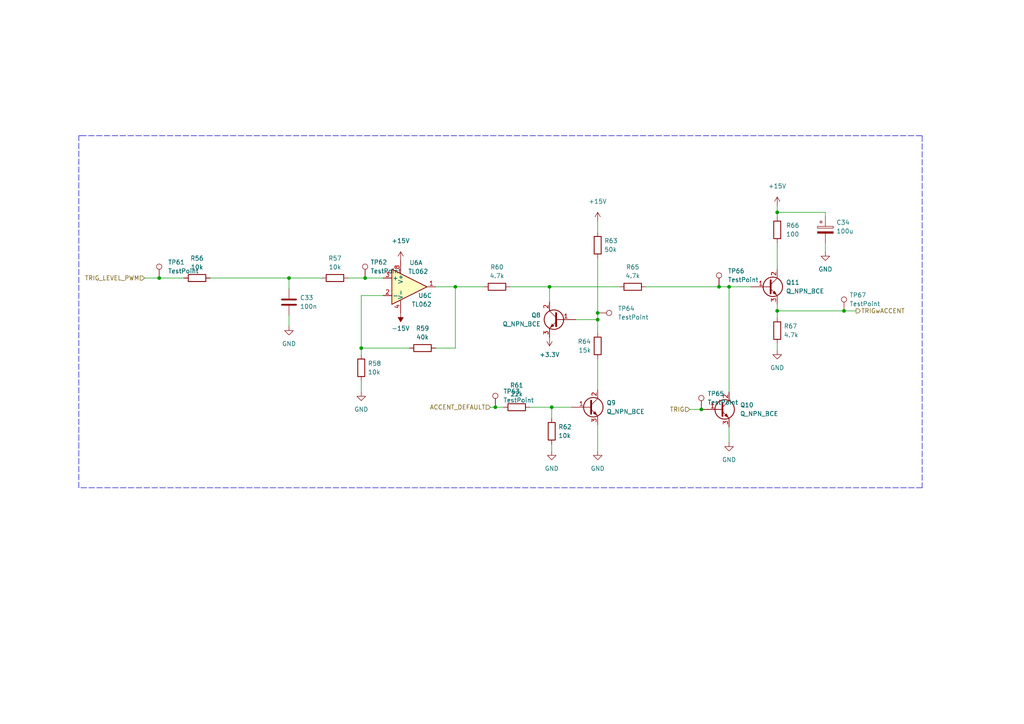
<source format=kicad_sch>
(kicad_sch (version 20211123) (generator eeschema)

  (uuid dbab4dfe-2677-4d00-8783-6f2a71ff1ded)

  (paper "A4")

  (lib_symbols
    (symbol "Amplifier_Operational:TL062" (pin_names (offset 0.127)) (in_bom yes) (on_board yes)
      (property "Reference" "U" (id 0) (at 0 5.08 0)
        (effects (font (size 1.27 1.27)) (justify left))
      )
      (property "Value" "TL062" (id 1) (at 0 -5.08 0)
        (effects (font (size 1.27 1.27)) (justify left))
      )
      (property "Footprint" "" (id 2) (at 0 0 0)
        (effects (font (size 1.27 1.27)) hide)
      )
      (property "Datasheet" "http://www.ti.com/lit/ds/symlink/tl061.pdf" (id 3) (at 0 0 0)
        (effects (font (size 1.27 1.27)) hide)
      )
      (property "ki_locked" "" (id 4) (at 0 0 0)
        (effects (font (size 1.27 1.27)))
      )
      (property "ki_keywords" "dual opamp" (id 5) (at 0 0 0)
        (effects (font (size 1.27 1.27)) hide)
      )
      (property "ki_description" "Dual Low-Power JFET-Input Operational Amplifiers, DIP-8/SOIC-8/SSOP-8" (id 6) (at 0 0 0)
        (effects (font (size 1.27 1.27)) hide)
      )
      (property "ki_fp_filters" "SOIC*3.9x4.9mm*P1.27mm* DIP*W7.62mm* TO*99* OnSemi*Micro8* TSSOP*3x3mm*P0.65mm* TSSOP*4.4x3mm*P0.65mm* MSOP*3x3mm*P0.65mm* SSOP*3.9x4.9mm*P0.635mm* LFCSP*2x2mm*P0.5mm* *SIP* SOIC*5.3x6.2mm*P1.27mm*" (id 7) (at 0 0 0)
        (effects (font (size 1.27 1.27)) hide)
      )
      (symbol "TL062_1_1"
        (polyline
          (pts
            (xy -5.08 5.08)
            (xy 5.08 0)
            (xy -5.08 -5.08)
            (xy -5.08 5.08)
          )
          (stroke (width 0.254) (type default) (color 0 0 0 0))
          (fill (type background))
        )
        (pin output line (at 7.62 0 180) (length 2.54)
          (name "~" (effects (font (size 1.27 1.27))))
          (number "1" (effects (font (size 1.27 1.27))))
        )
        (pin input line (at -7.62 -2.54 0) (length 2.54)
          (name "-" (effects (font (size 1.27 1.27))))
          (number "2" (effects (font (size 1.27 1.27))))
        )
        (pin input line (at -7.62 2.54 0) (length 2.54)
          (name "+" (effects (font (size 1.27 1.27))))
          (number "3" (effects (font (size 1.27 1.27))))
        )
      )
      (symbol "TL062_2_1"
        (polyline
          (pts
            (xy -5.08 5.08)
            (xy 5.08 0)
            (xy -5.08 -5.08)
            (xy -5.08 5.08)
          )
          (stroke (width 0.254) (type default) (color 0 0 0 0))
          (fill (type background))
        )
        (pin input line (at -7.62 2.54 0) (length 2.54)
          (name "+" (effects (font (size 1.27 1.27))))
          (number "5" (effects (font (size 1.27 1.27))))
        )
        (pin input line (at -7.62 -2.54 0) (length 2.54)
          (name "-" (effects (font (size 1.27 1.27))))
          (number "6" (effects (font (size 1.27 1.27))))
        )
        (pin output line (at 7.62 0 180) (length 2.54)
          (name "~" (effects (font (size 1.27 1.27))))
          (number "7" (effects (font (size 1.27 1.27))))
        )
      )
      (symbol "TL062_3_1"
        (pin power_in line (at -2.54 -7.62 90) (length 3.81)
          (name "V-" (effects (font (size 1.27 1.27))))
          (number "4" (effects (font (size 1.27 1.27))))
        )
        (pin power_in line (at -2.54 7.62 270) (length 3.81)
          (name "V+" (effects (font (size 1.27 1.27))))
          (number "8" (effects (font (size 1.27 1.27))))
        )
      )
    )
    (symbol "Connector:TestPoint" (pin_numbers hide) (pin_names (offset 0.762) hide) (in_bom yes) (on_board yes)
      (property "Reference" "TP" (id 0) (at 0 6.858 0)
        (effects (font (size 1.27 1.27)))
      )
      (property "Value" "TestPoint" (id 1) (at 0 5.08 0)
        (effects (font (size 1.27 1.27)))
      )
      (property "Footprint" "" (id 2) (at 5.08 0 0)
        (effects (font (size 1.27 1.27)) hide)
      )
      (property "Datasheet" "~" (id 3) (at 5.08 0 0)
        (effects (font (size 1.27 1.27)) hide)
      )
      (property "ki_keywords" "test point tp" (id 4) (at 0 0 0)
        (effects (font (size 1.27 1.27)) hide)
      )
      (property "ki_description" "test point" (id 5) (at 0 0 0)
        (effects (font (size 1.27 1.27)) hide)
      )
      (property "ki_fp_filters" "Pin* Test*" (id 6) (at 0 0 0)
        (effects (font (size 1.27 1.27)) hide)
      )
      (symbol "TestPoint_0_1"
        (circle (center 0 3.302) (radius 0.762)
          (stroke (width 0) (type default) (color 0 0 0 0))
          (fill (type none))
        )
      )
      (symbol "TestPoint_1_1"
        (pin passive line (at 0 0 90) (length 2.54)
          (name "1" (effects (font (size 1.27 1.27))))
          (number "1" (effects (font (size 1.27 1.27))))
        )
      )
    )
    (symbol "Device:C" (pin_numbers hide) (pin_names (offset 0.254)) (in_bom yes) (on_board yes)
      (property "Reference" "C" (id 0) (at 0.635 2.54 0)
        (effects (font (size 1.27 1.27)) (justify left))
      )
      (property "Value" "C" (id 1) (at 0.635 -2.54 0)
        (effects (font (size 1.27 1.27)) (justify left))
      )
      (property "Footprint" "" (id 2) (at 0.9652 -3.81 0)
        (effects (font (size 1.27 1.27)) hide)
      )
      (property "Datasheet" "~" (id 3) (at 0 0 0)
        (effects (font (size 1.27 1.27)) hide)
      )
      (property "ki_keywords" "cap capacitor" (id 4) (at 0 0 0)
        (effects (font (size 1.27 1.27)) hide)
      )
      (property "ki_description" "Unpolarized capacitor" (id 5) (at 0 0 0)
        (effects (font (size 1.27 1.27)) hide)
      )
      (property "ki_fp_filters" "C_*" (id 6) (at 0 0 0)
        (effects (font (size 1.27 1.27)) hide)
      )
      (symbol "C_0_1"
        (polyline
          (pts
            (xy -2.032 -0.762)
            (xy 2.032 -0.762)
          )
          (stroke (width 0.508) (type default) (color 0 0 0 0))
          (fill (type none))
        )
        (polyline
          (pts
            (xy -2.032 0.762)
            (xy 2.032 0.762)
          )
          (stroke (width 0.508) (type default) (color 0 0 0 0))
          (fill (type none))
        )
      )
      (symbol "C_1_1"
        (pin passive line (at 0 3.81 270) (length 2.794)
          (name "~" (effects (font (size 1.27 1.27))))
          (number "1" (effects (font (size 1.27 1.27))))
        )
        (pin passive line (at 0 -3.81 90) (length 2.794)
          (name "~" (effects (font (size 1.27 1.27))))
          (number "2" (effects (font (size 1.27 1.27))))
        )
      )
    )
    (symbol "Device:C_Polarized" (pin_numbers hide) (pin_names (offset 0.254)) (in_bom yes) (on_board yes)
      (property "Reference" "C" (id 0) (at 0.635 2.54 0)
        (effects (font (size 1.27 1.27)) (justify left))
      )
      (property "Value" "C_Polarized" (id 1) (at 0.635 -2.54 0)
        (effects (font (size 1.27 1.27)) (justify left))
      )
      (property "Footprint" "" (id 2) (at 0.9652 -3.81 0)
        (effects (font (size 1.27 1.27)) hide)
      )
      (property "Datasheet" "~" (id 3) (at 0 0 0)
        (effects (font (size 1.27 1.27)) hide)
      )
      (property "ki_keywords" "cap capacitor" (id 4) (at 0 0 0)
        (effects (font (size 1.27 1.27)) hide)
      )
      (property "ki_description" "Polarized capacitor" (id 5) (at 0 0 0)
        (effects (font (size 1.27 1.27)) hide)
      )
      (property "ki_fp_filters" "CP_*" (id 6) (at 0 0 0)
        (effects (font (size 1.27 1.27)) hide)
      )
      (symbol "C_Polarized_0_1"
        (rectangle (start -2.286 0.508) (end 2.286 1.016)
          (stroke (width 0) (type default) (color 0 0 0 0))
          (fill (type none))
        )
        (polyline
          (pts
            (xy -1.778 2.286)
            (xy -0.762 2.286)
          )
          (stroke (width 0) (type default) (color 0 0 0 0))
          (fill (type none))
        )
        (polyline
          (pts
            (xy -1.27 2.794)
            (xy -1.27 1.778)
          )
          (stroke (width 0) (type default) (color 0 0 0 0))
          (fill (type none))
        )
        (rectangle (start 2.286 -0.508) (end -2.286 -1.016)
          (stroke (width 0) (type default) (color 0 0 0 0))
          (fill (type outline))
        )
      )
      (symbol "C_Polarized_1_1"
        (pin passive line (at 0 3.81 270) (length 2.794)
          (name "~" (effects (font (size 1.27 1.27))))
          (number "1" (effects (font (size 1.27 1.27))))
        )
        (pin passive line (at 0 -3.81 90) (length 2.794)
          (name "~" (effects (font (size 1.27 1.27))))
          (number "2" (effects (font (size 1.27 1.27))))
        )
      )
    )
    (symbol "Device:Q_NPN_BCE" (pin_names (offset 0) hide) (in_bom yes) (on_board yes)
      (property "Reference" "Q" (id 0) (at 5.08 1.27 0)
        (effects (font (size 1.27 1.27)) (justify left))
      )
      (property "Value" "Q_NPN_BCE" (id 1) (at 5.08 -1.27 0)
        (effects (font (size 1.27 1.27)) (justify left))
      )
      (property "Footprint" "" (id 2) (at 5.08 2.54 0)
        (effects (font (size 1.27 1.27)) hide)
      )
      (property "Datasheet" "~" (id 3) (at 0 0 0)
        (effects (font (size 1.27 1.27)) hide)
      )
      (property "ki_keywords" "transistor NPN" (id 4) (at 0 0 0)
        (effects (font (size 1.27 1.27)) hide)
      )
      (property "ki_description" "NPN transistor, base/collector/emitter" (id 5) (at 0 0 0)
        (effects (font (size 1.27 1.27)) hide)
      )
      (symbol "Q_NPN_BCE_0_1"
        (polyline
          (pts
            (xy 0.635 0.635)
            (xy 2.54 2.54)
          )
          (stroke (width 0) (type default) (color 0 0 0 0))
          (fill (type none))
        )
        (polyline
          (pts
            (xy 0.635 -0.635)
            (xy 2.54 -2.54)
            (xy 2.54 -2.54)
          )
          (stroke (width 0) (type default) (color 0 0 0 0))
          (fill (type none))
        )
        (polyline
          (pts
            (xy 0.635 1.905)
            (xy 0.635 -1.905)
            (xy 0.635 -1.905)
          )
          (stroke (width 0.508) (type default) (color 0 0 0 0))
          (fill (type none))
        )
        (polyline
          (pts
            (xy 1.27 -1.778)
            (xy 1.778 -1.27)
            (xy 2.286 -2.286)
            (xy 1.27 -1.778)
            (xy 1.27 -1.778)
          )
          (stroke (width 0) (type default) (color 0 0 0 0))
          (fill (type outline))
        )
        (circle (center 1.27 0) (radius 2.8194)
          (stroke (width 0.254) (type default) (color 0 0 0 0))
          (fill (type none))
        )
      )
      (symbol "Q_NPN_BCE_1_1"
        (pin input line (at -5.08 0 0) (length 5.715)
          (name "B" (effects (font (size 1.27 1.27))))
          (number "1" (effects (font (size 1.27 1.27))))
        )
        (pin passive line (at 2.54 5.08 270) (length 2.54)
          (name "C" (effects (font (size 1.27 1.27))))
          (number "2" (effects (font (size 1.27 1.27))))
        )
        (pin passive line (at 2.54 -5.08 90) (length 2.54)
          (name "E" (effects (font (size 1.27 1.27))))
          (number "3" (effects (font (size 1.27 1.27))))
        )
      )
    )
    (symbol "Device:R" (pin_numbers hide) (pin_names (offset 0)) (in_bom yes) (on_board yes)
      (property "Reference" "R" (id 0) (at 2.032 0 90)
        (effects (font (size 1.27 1.27)))
      )
      (property "Value" "R" (id 1) (at 0 0 90)
        (effects (font (size 1.27 1.27)))
      )
      (property "Footprint" "" (id 2) (at -1.778 0 90)
        (effects (font (size 1.27 1.27)) hide)
      )
      (property "Datasheet" "~" (id 3) (at 0 0 0)
        (effects (font (size 1.27 1.27)) hide)
      )
      (property "ki_keywords" "R res resistor" (id 4) (at 0 0 0)
        (effects (font (size 1.27 1.27)) hide)
      )
      (property "ki_description" "Resistor" (id 5) (at 0 0 0)
        (effects (font (size 1.27 1.27)) hide)
      )
      (property "ki_fp_filters" "R_*" (id 6) (at 0 0 0)
        (effects (font (size 1.27 1.27)) hide)
      )
      (symbol "R_0_1"
        (rectangle (start -1.016 -2.54) (end 1.016 2.54)
          (stroke (width 0.254) (type default) (color 0 0 0 0))
          (fill (type none))
        )
      )
      (symbol "R_1_1"
        (pin passive line (at 0 3.81 270) (length 1.27)
          (name "~" (effects (font (size 1.27 1.27))))
          (number "1" (effects (font (size 1.27 1.27))))
        )
        (pin passive line (at 0 -3.81 90) (length 1.27)
          (name "~" (effects (font (size 1.27 1.27))))
          (number "2" (effects (font (size 1.27 1.27))))
        )
      )
    )
    (symbol "power:+15V" (power) (pin_names (offset 0)) (in_bom yes) (on_board yes)
      (property "Reference" "#PWR" (id 0) (at 0 -3.81 0)
        (effects (font (size 1.27 1.27)) hide)
      )
      (property "Value" "+15V" (id 1) (at 0 3.556 0)
        (effects (font (size 1.27 1.27)))
      )
      (property "Footprint" "" (id 2) (at 0 0 0)
        (effects (font (size 1.27 1.27)) hide)
      )
      (property "Datasheet" "" (id 3) (at 0 0 0)
        (effects (font (size 1.27 1.27)) hide)
      )
      (property "ki_keywords" "global power" (id 4) (at 0 0 0)
        (effects (font (size 1.27 1.27)) hide)
      )
      (property "ki_description" "Power symbol creates a global label with name \"+15V\"" (id 5) (at 0 0 0)
        (effects (font (size 1.27 1.27)) hide)
      )
      (symbol "+15V_0_1"
        (polyline
          (pts
            (xy -0.762 1.27)
            (xy 0 2.54)
          )
          (stroke (width 0) (type default) (color 0 0 0 0))
          (fill (type none))
        )
        (polyline
          (pts
            (xy 0 0)
            (xy 0 2.54)
          )
          (stroke (width 0) (type default) (color 0 0 0 0))
          (fill (type none))
        )
        (polyline
          (pts
            (xy 0 2.54)
            (xy 0.762 1.27)
          )
          (stroke (width 0) (type default) (color 0 0 0 0))
          (fill (type none))
        )
      )
      (symbol "+15V_1_1"
        (pin power_in line (at 0 0 90) (length 0) hide
          (name "+15V" (effects (font (size 1.27 1.27))))
          (number "1" (effects (font (size 1.27 1.27))))
        )
      )
    )
    (symbol "power:+3.3V" (power) (pin_names (offset 0)) (in_bom yes) (on_board yes)
      (property "Reference" "#PWR" (id 0) (at 0 -3.81 0)
        (effects (font (size 1.27 1.27)) hide)
      )
      (property "Value" "+3.3V" (id 1) (at 0 3.556 0)
        (effects (font (size 1.27 1.27)))
      )
      (property "Footprint" "" (id 2) (at 0 0 0)
        (effects (font (size 1.27 1.27)) hide)
      )
      (property "Datasheet" "" (id 3) (at 0 0 0)
        (effects (font (size 1.27 1.27)) hide)
      )
      (property "ki_keywords" "global power" (id 4) (at 0 0 0)
        (effects (font (size 1.27 1.27)) hide)
      )
      (property "ki_description" "Power symbol creates a global label with name \"+3.3V\"" (id 5) (at 0 0 0)
        (effects (font (size 1.27 1.27)) hide)
      )
      (symbol "+3.3V_0_1"
        (polyline
          (pts
            (xy -0.762 1.27)
            (xy 0 2.54)
          )
          (stroke (width 0) (type default) (color 0 0 0 0))
          (fill (type none))
        )
        (polyline
          (pts
            (xy 0 0)
            (xy 0 2.54)
          )
          (stroke (width 0) (type default) (color 0 0 0 0))
          (fill (type none))
        )
        (polyline
          (pts
            (xy 0 2.54)
            (xy 0.762 1.27)
          )
          (stroke (width 0) (type default) (color 0 0 0 0))
          (fill (type none))
        )
      )
      (symbol "+3.3V_1_1"
        (pin power_in line (at 0 0 90) (length 0) hide
          (name "+3.3V" (effects (font (size 1.27 1.27))))
          (number "1" (effects (font (size 1.27 1.27))))
        )
      )
    )
    (symbol "power:-15V" (power) (pin_names (offset 0)) (in_bom yes) (on_board yes)
      (property "Reference" "#PWR" (id 0) (at 0 2.54 0)
        (effects (font (size 1.27 1.27)) hide)
      )
      (property "Value" "-15V" (id 1) (at 0 3.81 0)
        (effects (font (size 1.27 1.27)))
      )
      (property "Footprint" "" (id 2) (at 0 0 0)
        (effects (font (size 1.27 1.27)) hide)
      )
      (property "Datasheet" "" (id 3) (at 0 0 0)
        (effects (font (size 1.27 1.27)) hide)
      )
      (property "ki_keywords" "global power" (id 4) (at 0 0 0)
        (effects (font (size 1.27 1.27)) hide)
      )
      (property "ki_description" "Power symbol creates a global label with name \"-15V\"" (id 5) (at 0 0 0)
        (effects (font (size 1.27 1.27)) hide)
      )
      (symbol "-15V_0_0"
        (pin power_in line (at 0 0 90) (length 0) hide
          (name "-15V" (effects (font (size 1.27 1.27))))
          (number "1" (effects (font (size 1.27 1.27))))
        )
      )
      (symbol "-15V_0_1"
        (polyline
          (pts
            (xy 0 0)
            (xy 0 1.27)
            (xy 0.762 1.27)
            (xy 0 2.54)
            (xy -0.762 1.27)
            (xy 0 1.27)
          )
          (stroke (width 0) (type default) (color 0 0 0 0))
          (fill (type outline))
        )
      )
    )
    (symbol "power:GND" (power) (pin_names (offset 0)) (in_bom yes) (on_board yes)
      (property "Reference" "#PWR" (id 0) (at 0 -6.35 0)
        (effects (font (size 1.27 1.27)) hide)
      )
      (property "Value" "GND" (id 1) (at 0 -3.81 0)
        (effects (font (size 1.27 1.27)))
      )
      (property "Footprint" "" (id 2) (at 0 0 0)
        (effects (font (size 1.27 1.27)) hide)
      )
      (property "Datasheet" "" (id 3) (at 0 0 0)
        (effects (font (size 1.27 1.27)) hide)
      )
      (property "ki_keywords" "global power" (id 4) (at 0 0 0)
        (effects (font (size 1.27 1.27)) hide)
      )
      (property "ki_description" "Power symbol creates a global label with name \"GND\" , ground" (id 5) (at 0 0 0)
        (effects (font (size 1.27 1.27)) hide)
      )
      (symbol "GND_0_1"
        (polyline
          (pts
            (xy 0 0)
            (xy 0 -1.27)
            (xy 1.27 -1.27)
            (xy 0 -2.54)
            (xy -1.27 -1.27)
            (xy 0 -1.27)
          )
          (stroke (width 0) (type default) (color 0 0 0 0))
          (fill (type none))
        )
      )
      (symbol "GND_1_1"
        (pin power_in line (at 0 0 270) (length 0) hide
          (name "GND" (effects (font (size 1.27 1.27))))
          (number "1" (effects (font (size 1.27 1.27))))
        )
      )
    )
  )

  (junction (at 208.5459 83.185) (diameter 0) (color 0 0 0 0)
    (uuid 07b03f18-86fb-4110-a9c9-778ec5833bd8)
  )
  (junction (at 160.02 118.11) (diameter 0) (color 0 0 0 0)
    (uuid 0fab57b4-867c-4552-ad19-966e482cdc75)
  )
  (junction (at 83.82 80.645) (diameter 0) (color 0 0 0 0)
    (uuid 1954d494-0440-484d-8abe-e34bf975fcd8)
  )
  (junction (at 203.416 118.745) (diameter 0) (color 0 0 0 0)
    (uuid 29cdf978-0c15-4b06-b514-4312d8bcaac5)
  )
  (junction (at 104.775 100.965) (diameter 0) (color 0 0 0 0)
    (uuid 313a4d1c-76e7-476b-9efc-72f54bfcd9de)
  )
  (junction (at 159.385 83.185) (diameter 0) (color 0 0 0 0)
    (uuid 35f2df66-00eb-41c0-9fc6-279445ebb940)
  )
  (junction (at 244.8031 90.17) (diameter 0) (color 0 0 0 0)
    (uuid 3e3a044d-5e9a-4cd0-a4db-49bde1649eea)
  )
  (junction (at 46.1735 80.645) (diameter 0) (color 0 0 0 0)
    (uuid 743dac04-c3b0-42ed-adff-5c7645f673dd)
  )
  (junction (at 211.455 83.185) (diameter 0) (color 0 0 0 0)
    (uuid 81a485dc-a553-40ef-8693-75bfa29f9a85)
  )
  (junction (at 105.9026 80.645) (diameter 0) (color 0 0 0 0)
    (uuid 87a735b5-3882-4bd8-8682-1a20cdd63298)
  )
  (junction (at 132.08 83.185) (diameter 0) (color 0 0 0 0)
    (uuid 9a14242d-ea62-4ed5-bfef-64ba3add822f)
  )
  (junction (at 143.6749 118.11) (diameter 0) (color 0 0 0 0)
    (uuid a40515d3-1b9d-42c1-8290-b4e89e9cbc0b)
  )
  (junction (at 173.355 92.71) (diameter 0) (color 0 0 0 0)
    (uuid ac61c3ee-9220-4a0c-b8dd-8cf1b496e4a6)
  )
  (junction (at 225.425 61.595) (diameter 0) (color 0 0 0 0)
    (uuid b3289b0a-5c3a-411a-ab0d-716f6895c1f5)
  )
  (junction (at 225.425 90.17) (diameter 0) (color 0 0 0 0)
    (uuid d0623534-4c04-46a2-9a86-5292f7866b15)
  )
  (junction (at 173.355 90.763) (diameter 0) (color 0 0 0 0)
    (uuid ec57385f-7e1b-48f3-a69a-96de72d2204e)
  )

  (wire (pts (xy 239.395 70.485) (xy 239.395 73.025))
    (stroke (width 0) (type default) (color 0 0 0 0))
    (uuid 06b55718-38d1-4380-9a25-4e2f5c489a78)
  )
  (wire (pts (xy 200.025 118.745) (xy 203.416 118.745))
    (stroke (width 0) (type default) (color 0 0 0 0))
    (uuid 0808b5ae-889d-4eb1-8de0-cce98b2667ba)
  )
  (wire (pts (xy 225.425 90.17) (xy 225.425 92.075))
    (stroke (width 0) (type default) (color 0 0 0 0))
    (uuid 086acc66-d714-45e8-aad2-df4e0b5c4ed9)
  )
  (wire (pts (xy 159.385 83.185) (xy 159.385 87.63))
    (stroke (width 0) (type default) (color 0 0 0 0))
    (uuid 108ae4c0-fd72-4217-a883-8b0128ecf937)
  )
  (wire (pts (xy 142.24 118.11) (xy 143.6749 118.11))
    (stroke (width 0) (type default) (color 0 0 0 0))
    (uuid 114c47b8-2100-4588-936c-3b5c49a85d0b)
  )
  (wire (pts (xy 132.08 100.965) (xy 132.08 83.185))
    (stroke (width 0) (type default) (color 0 0 0 0))
    (uuid 12dde069-43b1-4d07-936f-93acbd190244)
  )
  (wire (pts (xy 173.355 92.71) (xy 173.355 96.52))
    (stroke (width 0) (type default) (color 0 0 0 0))
    (uuid 13ce55c4-4d5e-459d-ac28-048cf7d06720)
  )
  (polyline (pts (xy 22.86 141.478) (xy 22.86 39.37))
    (stroke (width 0) (type default) (color 0 0 0 0))
    (uuid 1fedc8d8-af42-4381-afbc-dd3e9374504b)
  )

  (wire (pts (xy 132.08 83.185) (xy 140.335 83.185))
    (stroke (width 0) (type default) (color 0 0 0 0))
    (uuid 2a20ec4c-d2ee-43bc-82a2-359e146dc778)
  )
  (wire (pts (xy 211.455 83.185) (xy 217.805 83.185))
    (stroke (width 0) (type default) (color 0 0 0 0))
    (uuid 2ad12f6d-a442-4c01-b9cf-8f57a00c7dd0)
  )
  (wire (pts (xy 167.005 92.71) (xy 173.355 92.71))
    (stroke (width 0) (type default) (color 0 0 0 0))
    (uuid 2f82f60d-93b2-452f-bada-70f43c497b83)
  )
  (wire (pts (xy 239.395 62.865) (xy 239.395 61.595))
    (stroke (width 0) (type default) (color 0 0 0 0))
    (uuid 32b26ebd-1f02-44d8-a2fb-e55256a47471)
  )
  (wire (pts (xy 41.91 80.645) (xy 46.1735 80.645))
    (stroke (width 0) (type default) (color 0 0 0 0))
    (uuid 33d0ecea-3f03-4ead-b3f5-7119b3dfc580)
  )
  (wire (pts (xy 173.355 74.93) (xy 173.355 90.763))
    (stroke (width 0) (type default) (color 0 0 0 0))
    (uuid 354f39fa-6831-4286-8d57-41007442b1ce)
  )
  (wire (pts (xy 160.02 118.11) (xy 165.735 118.11))
    (stroke (width 0) (type default) (color 0 0 0 0))
    (uuid 39f1f80e-a87d-4be0-9c66-bbb474d1ad32)
  )
  (polyline (pts (xy 267.462 141.478) (xy 22.86 141.478))
    (stroke (width 0) (type default) (color 0 0 0 0))
    (uuid 42195345-afef-497e-9b65-50a8f977ec34)
  )

  (wire (pts (xy 147.955 83.185) (xy 159.385 83.185))
    (stroke (width 0) (type default) (color 0 0 0 0))
    (uuid 48a488a6-941e-4388-a199-1f874c967f94)
  )
  (wire (pts (xy 173.355 64.135) (xy 173.355 67.31))
    (stroke (width 0) (type default) (color 0 0 0 0))
    (uuid 4bf024d6-1b16-4ecb-b737-f5ca3dd7a926)
  )
  (wire (pts (xy 83.82 91.44) (xy 83.82 94.615))
    (stroke (width 0) (type default) (color 0 0 0 0))
    (uuid 52329534-b2ae-4aad-9a9b-4db4235ae238)
  )
  (wire (pts (xy 105.9026 80.645) (xy 111.125 80.645))
    (stroke (width 0) (type default) (color 0 0 0 0))
    (uuid 54e52617-81c5-4439-bc82-38572149c037)
  )
  (wire (pts (xy 225.425 61.595) (xy 239.395 61.595))
    (stroke (width 0) (type default) (color 0 0 0 0))
    (uuid 60fd9d8b-01a8-46fc-800b-d1f1e48d8540)
  )
  (wire (pts (xy 126.365 100.965) (xy 132.08 100.965))
    (stroke (width 0) (type default) (color 0 0 0 0))
    (uuid 64c7a2e0-1f19-4353-bb54-595082257131)
  )
  (wire (pts (xy 104.775 100.965) (xy 104.775 102.87))
    (stroke (width 0) (type default) (color 0 0 0 0))
    (uuid 65b321cd-96d8-4931-ba96-b166144aa5a7)
  )
  (wire (pts (xy 104.775 85.725) (xy 104.775 100.965))
    (stroke (width 0) (type default) (color 0 0 0 0))
    (uuid 65bdb1c3-ae88-49ed-b4c0-e4a77beb90f6)
  )
  (wire (pts (xy 83.82 83.82) (xy 83.82 80.645))
    (stroke (width 0) (type default) (color 0 0 0 0))
    (uuid 6f94f88b-35f3-4564-af8a-df3edc416138)
  )
  (wire (pts (xy 211.455 123.825) (xy 211.455 128.27))
    (stroke (width 0) (type default) (color 0 0 0 0))
    (uuid 76578b3e-fa69-413d-b2eb-9295801dfd46)
  )
  (wire (pts (xy 126.365 83.185) (xy 132.08 83.185))
    (stroke (width 0) (type default) (color 0 0 0 0))
    (uuid 76ec626b-bf4a-4655-ac2b-462e01430c63)
  )
  (wire (pts (xy 160.02 118.11) (xy 160.02 121.285))
    (stroke (width 0) (type default) (color 0 0 0 0))
    (uuid 7909966b-3b73-4f7c-adf9-68db51582f22)
  )
  (wire (pts (xy 60.96 80.645) (xy 83.82 80.645))
    (stroke (width 0) (type default) (color 0 0 0 0))
    (uuid 81521e48-a7c9-46f5-81a2-cdab6a4e06fe)
  )
  (wire (pts (xy 143.6749 118.11) (xy 146.05 118.11))
    (stroke (width 0) (type default) (color 0 0 0 0))
    (uuid 822bedd0-5d71-43ef-b7e0-9bcd19d5a38b)
  )
  (wire (pts (xy 173.355 104.14) (xy 173.355 113.03))
    (stroke (width 0) (type default) (color 0 0 0 0))
    (uuid 863a9342-269b-4b3e-8fad-7d4e1bd61ef2)
  )
  (polyline (pts (xy 22.86 39.37) (xy 23.622 39.37))
    (stroke (width 0) (type default) (color 0 0 0 0))
    (uuid 88d813b6-a3fd-43b1-a632-d9297a0bedd9)
  )

  (wire (pts (xy 100.965 80.645) (xy 105.9026 80.645))
    (stroke (width 0) (type default) (color 0 0 0 0))
    (uuid 9543afee-9c41-41ac-99f6-5e8298a98e30)
  )
  (wire (pts (xy 225.425 88.265) (xy 225.425 90.17))
    (stroke (width 0) (type default) (color 0 0 0 0))
    (uuid 9e855e51-5b3b-44fe-bad0-c53ae52d9c67)
  )
  (wire (pts (xy 46.1735 80.645) (xy 53.34 80.645))
    (stroke (width 0) (type default) (color 0 0 0 0))
    (uuid 9f9e9a7e-e677-4b76-b374-536c83ff5d07)
  )
  (wire (pts (xy 203.416 118.745) (xy 203.835 118.745))
    (stroke (width 0) (type default) (color 0 0 0 0))
    (uuid a038d4e5-cd3d-4a02-bc9e-fdd9657c5ec1)
  )
  (wire (pts (xy 153.67 118.11) (xy 160.02 118.11))
    (stroke (width 0) (type default) (color 0 0 0 0))
    (uuid a5a3ffa3-2369-44cd-9b9a-c0a26c9ebba6)
  )
  (wire (pts (xy 187.325 83.185) (xy 208.5459 83.185))
    (stroke (width 0) (type default) (color 0 0 0 0))
    (uuid aef667c8-6f47-45e4-9380-ba7ad53d9a6a)
  )
  (wire (pts (xy 208.5459 83.185) (xy 211.455 83.185))
    (stroke (width 0) (type default) (color 0 0 0 0))
    (uuid b03cbf23-8229-483b-8045-858d90fb397d)
  )
  (wire (pts (xy 244.8031 90.17) (xy 248.285 90.17))
    (stroke (width 0) (type default) (color 0 0 0 0))
    (uuid b544cadd-cfa9-4596-a7d2-7e52b8423d68)
  )
  (wire (pts (xy 225.425 61.595) (xy 225.425 62.865))
    (stroke (width 0) (type default) (color 0 0 0 0))
    (uuid bdd0248b-f52a-49f8-bd1a-f707f226350d)
  )
  (wire (pts (xy 225.425 90.17) (xy 244.8031 90.17))
    (stroke (width 0) (type default) (color 0 0 0 0))
    (uuid c93b2c31-5178-4d6a-82c4-191f8e6b1979)
  )
  (wire (pts (xy 225.425 59.69) (xy 225.425 61.595))
    (stroke (width 0) (type default) (color 0 0 0 0))
    (uuid ca8e6847-e912-4da0-bedf-cb506cb7af25)
  )
  (polyline (pts (xy 267.462 39.37) (xy 267.462 141.478))
    (stroke (width 0) (type default) (color 0 0 0 0))
    (uuid caa59078-1fce-4c75-a92b-83562bd79cd0)
  )

  (wire (pts (xy 173.355 90.763) (xy 173.355 92.71))
    (stroke (width 0) (type default) (color 0 0 0 0))
    (uuid cba1e0fc-dfec-4205-ab11-1e5d12e42a6e)
  )
  (wire (pts (xy 225.425 99.695) (xy 225.425 101.6))
    (stroke (width 0) (type default) (color 0 0 0 0))
    (uuid cd9b03c5-c72f-4027-8577-32d2959549cc)
  )
  (wire (pts (xy 211.455 83.185) (xy 211.455 113.665))
    (stroke (width 0) (type default) (color 0 0 0 0))
    (uuid d48f5c87-f2a3-4fa7-8df2-28bb94f33340)
  )
  (wire (pts (xy 173.355 123.19) (xy 173.355 130.81))
    (stroke (width 0) (type default) (color 0 0 0 0))
    (uuid d8b6a70a-0b4c-48c6-9c28-d84cccf3716f)
  )
  (wire (pts (xy 160.02 128.905) (xy 160.02 130.81))
    (stroke (width 0) (type default) (color 0 0 0 0))
    (uuid dde72bc7-774d-417f-a812-c729ede528d4)
  )
  (wire (pts (xy 104.775 100.965) (xy 118.745 100.965))
    (stroke (width 0) (type default) (color 0 0 0 0))
    (uuid df3d8965-d98a-4a84-bd48-b51588e7c1f1)
  )
  (polyline (pts (xy 23.368 39.37) (xy 267.462 39.37))
    (stroke (width 0) (type default) (color 0 0 0 0))
    (uuid e46798d6-b4c2-4234-9a39-4d8144c80d2c)
  )

  (wire (pts (xy 159.385 83.185) (xy 179.705 83.185))
    (stroke (width 0) (type default) (color 0 0 0 0))
    (uuid e5c43c53-af8c-43d7-bf32-139eae531dbd)
  )
  (wire (pts (xy 104.775 110.49) (xy 104.775 113.665))
    (stroke (width 0) (type default) (color 0 0 0 0))
    (uuid e966a3c9-fcee-49ef-b00a-f4fc11333cec)
  )
  (wire (pts (xy 83.82 80.645) (xy 93.345 80.645))
    (stroke (width 0) (type default) (color 0 0 0 0))
    (uuid e9e4a1af-b76e-414b-8291-7dce79f9b455)
  )
  (wire (pts (xy 225.425 70.485) (xy 225.425 78.105))
    (stroke (width 0) (type default) (color 0 0 0 0))
    (uuid ea7d80ef-a0b0-427d-8425-051ec3e19c27)
  )
  (wire (pts (xy 111.125 85.725) (xy 104.775 85.725))
    (stroke (width 0) (type default) (color 0 0 0 0))
    (uuid edf251ce-eb0e-4abb-9a2c-c51d31243e9e)
  )

  (hierarchical_label "TRIG_LEVEL_PWM" (shape input) (at 41.91 80.645 180)
    (effects (font (size 1.27 1.27)) (justify right))
    (uuid 43395079-5e8e-4f23-9c18-f85cc0d9ec4a)
  )
  (hierarchical_label "TRIG" (shape input) (at 200.025 118.745 180)
    (effects (font (size 1.27 1.27)) (justify right))
    (uuid a1e1843b-877c-4e7c-ba7e-d95d216bbd96)
  )
  (hierarchical_label "TRIGwACCENT" (shape output) (at 248.285 90.17 0)
    (effects (font (size 1.27 1.27)) (justify left))
    (uuid afef6559-49a0-44df-b1f5-d49ed54c1fc7)
  )
  (hierarchical_label "ACCENT_DEFAULT" (shape input) (at 142.24 118.11 180)
    (effects (font (size 1.27 1.27)) (justify right))
    (uuid fdf6dbcd-9f85-454a-8ded-247d0776a65e)
  )

  (symbol (lib_id "Connector:TestPoint") (at 46.1735 80.645 0) (unit 1)
    (in_bom yes) (on_board yes) (fields_autoplaced)
    (uuid 026a6f96-5ffa-4403-a41d-fd733c585604)
    (property "Reference" "TP61" (id 0) (at 48.7135 76.0729 0)
      (effects (font (size 1.27 1.27)) (justify left))
    )
    (property "Value" "TestPoint" (id 1) (at 48.7135 78.6129 0)
      (effects (font (size 1.27 1.27)) (justify left))
    )
    (property "Footprint" "TestPoint:TestPoint_Pad_D2.0mm" (id 2) (at 51.2535 80.645 0)
      (effects (font (size 1.27 1.27)) hide)
    )
    (property "Datasheet" "~" (id 3) (at 51.2535 80.645 0)
      (effects (font (size 1.27 1.27)) hide)
    )
    (pin "1" (uuid cafd9833-3b34-496d-9217-b0c98e9fe1c8))
  )

  (symbol (lib_id "Device:R") (at 149.86 118.11 270) (unit 1)
    (in_bom yes) (on_board yes) (fields_autoplaced)
    (uuid 121dd144-8583-4340-a802-3716faee1e5f)
    (property "Reference" "R61" (id 0) (at 149.86 111.76 90))
    (property "Value" "22k" (id 1) (at 149.86 114.3 90))
    (property "Footprint" "Resistor_SMD:R_0603_1608Metric" (id 2) (at 149.86 116.332 90)
      (effects (font (size 1.27 1.27)) hide)
    )
    (property "Datasheet" "~" (id 3) (at 149.86 118.11 0)
      (effects (font (size 1.27 1.27)) hide)
    )
    (pin "1" (uuid e7f56fdb-9bf9-4b8a-853f-737e035c6ae9))
    (pin "2" (uuid cb7540e5-6c0f-4dbd-8b53-a68393de6d89))
  )

  (symbol (lib_id "Amplifier_Operational:TL062") (at 118.745 83.185 0) (unit 1)
    (in_bom yes) (on_board yes)
    (uuid 1456e4d1-52b6-4ac4-9088-5b58f68e5261)
    (property "Reference" "U6" (id 0) (at 120.65 76.2 0))
    (property "Value" "TL062" (id 1) (at 121.285 78.74 0))
    (property "Footprint" "Package_SO:TSSOP-8_3x3mm_P0.65mm" (id 2) (at 118.745 83.185 0)
      (effects (font (size 1.27 1.27)) hide)
    )
    (property "Datasheet" "http://www.ti.com/lit/ds/symlink/tl061.pdf" (id 3) (at 118.745 83.185 0)
      (effects (font (size 1.27 1.27)) hide)
    )
    (pin "1" (uuid 9ed55bbf-c669-4121-90cd-fe93b0d1d58f))
    (pin "2" (uuid f13f7802-7948-4ffa-89e1-0fca4b6f5d23))
    (pin "3" (uuid acd8fbfe-766f-4c3b-8497-aaf6380f47cd))
    (pin "5" (uuid a0c2f4dd-02e5-4335-8308-ffaeffbc0ede))
    (pin "6" (uuid 5edc3ed8-2bb4-4f50-89d7-3e7134c0ec81))
    (pin "7" (uuid d8b58c3e-bfa2-4787-85b9-2eec7dbd822e))
    (pin "4" (uuid 4cfff15a-53ad-4897-8597-21b576553953))
    (pin "8" (uuid 60e8b1dc-0265-4c75-9db0-2a52f5794b64))
  )

  (symbol (lib_id "Amplifier_Operational:TL062") (at 118.745 83.185 0) (unit 3)
    (in_bom yes) (on_board yes)
    (uuid 15d11e12-3671-4688-8236-e024e4da5a21)
    (property "Reference" "U6" (id 0) (at 121.285 85.725 0)
      (effects (font (size 1.27 1.27)) (justify left))
    )
    (property "Value" "TL062" (id 1) (at 119.38 88.265 0)
      (effects (font (size 1.27 1.27)) (justify left))
    )
    (property "Footprint" "Package_SO:TSSOP-8_3x3mm_P0.65mm" (id 2) (at 118.745 83.185 0)
      (effects (font (size 1.27 1.27)) hide)
    )
    (property "Datasheet" "http://www.ti.com/lit/ds/symlink/tl061.pdf" (id 3) (at 118.745 83.185 0)
      (effects (font (size 1.27 1.27)) hide)
    )
    (pin "1" (uuid abf65d64-deb5-4c35-bdc3-406f5feb7ce0))
    (pin "2" (uuid 00a05f74-7989-4565-a23d-47e76305c806))
    (pin "3" (uuid 28b9cdbf-b5e0-49e6-a6df-815a9e177191))
    (pin "5" (uuid be471968-0ae5-4432-9a44-eb285e11dd48))
    (pin "6" (uuid b49ae92d-638c-4b81-9d10-122f5a9ef3f5))
    (pin "7" (uuid 25499a8d-1a5d-45a7-bc60-ec1b716b253f))
    (pin "4" (uuid 6293f844-d16f-40ee-87e3-5e827a0697ff))
    (pin "8" (uuid 302e837f-2c26-41ce-9940-5f8ec614092d))
  )

  (symbol (lib_id "Connector:TestPoint") (at 208.5459 83.185 0) (unit 1)
    (in_bom yes) (on_board yes) (fields_autoplaced)
    (uuid 22146b34-41b1-4f87-a255-d49d15740b60)
    (property "Reference" "TP66" (id 0) (at 211.0859 78.6129 0)
      (effects (font (size 1.27 1.27)) (justify left))
    )
    (property "Value" "TestPoint" (id 1) (at 211.0859 81.1529 0)
      (effects (font (size 1.27 1.27)) (justify left))
    )
    (property "Footprint" "TestPoint:TestPoint_Pad_D2.0mm" (id 2) (at 213.6259 83.185 0)
      (effects (font (size 1.27 1.27)) hide)
    )
    (property "Datasheet" "~" (id 3) (at 213.6259 83.185 0)
      (effects (font (size 1.27 1.27)) hide)
    )
    (pin "1" (uuid 1ee8629f-056c-4c1e-afa4-04869c4d1888))
  )

  (symbol (lib_id "power:GND") (at 211.455 128.27 0) (unit 1)
    (in_bom yes) (on_board yes) (fields_autoplaced)
    (uuid 2417c071-4b5e-4086-a963-e6d96ad34680)
    (property "Reference" "#PWR068" (id 0) (at 211.455 134.62 0)
      (effects (font (size 1.27 1.27)) hide)
    )
    (property "Value" "GND" (id 1) (at 211.455 133.35 0))
    (property "Footprint" "" (id 2) (at 211.455 128.27 0)
      (effects (font (size 1.27 1.27)) hide)
    )
    (property "Datasheet" "" (id 3) (at 211.455 128.27 0)
      (effects (font (size 1.27 1.27)) hide)
    )
    (pin "1" (uuid ed1404d2-f167-4cff-9c27-e9976134f5a1))
  )

  (symbol (lib_id "Device:R") (at 144.145 83.185 270) (unit 1)
    (in_bom yes) (on_board yes) (fields_autoplaced)
    (uuid 2ac9ddc2-e5a0-4152-87d4-a207e9565266)
    (property "Reference" "R60" (id 0) (at 144.145 77.47 90))
    (property "Value" "4.7k" (id 1) (at 144.145 80.01 90))
    (property "Footprint" "Resistor_SMD:R_0603_1608Metric" (id 2) (at 144.145 81.407 90)
      (effects (font (size 1.27 1.27)) hide)
    )
    (property "Datasheet" "~" (id 3) (at 144.145 83.185 0)
      (effects (font (size 1.27 1.27)) hide)
    )
    (pin "1" (uuid a9b0364b-b49e-4bc4-92f8-2f370b97528b))
    (pin "2" (uuid b6206678-8b16-4c42-aaff-ea631e4e99f6))
  )

  (symbol (lib_id "power:+15V") (at 116.205 75.565 0) (unit 1)
    (in_bom yes) (on_board yes) (fields_autoplaced)
    (uuid 2d8d9c4e-901f-4c4c-ad71-b0c24725e660)
    (property "Reference" "#PWR062" (id 0) (at 116.205 79.375 0)
      (effects (font (size 1.27 1.27)) hide)
    )
    (property "Value" "+15V" (id 1) (at 116.205 69.85 0))
    (property "Footprint" "" (id 2) (at 116.205 75.565 0)
      (effects (font (size 1.27 1.27)) hide)
    )
    (property "Datasheet" "" (id 3) (at 116.205 75.565 0)
      (effects (font (size 1.27 1.27)) hide)
    )
    (pin "1" (uuid 380393dc-ca73-462a-ab4e-f6f7374872fa))
  )

  (symbol (lib_id "Connector:TestPoint") (at 143.6749 118.11 0) (unit 1)
    (in_bom yes) (on_board yes) (fields_autoplaced)
    (uuid 3a1a7bfa-c5fa-42b4-a04f-629a95254523)
    (property "Reference" "TP63" (id 0) (at 145.9609 113.5379 0)
      (effects (font (size 1.27 1.27)) (justify left))
    )
    (property "Value" "TestPoint" (id 1) (at 145.9609 116.0779 0)
      (effects (font (size 1.27 1.27)) (justify left))
    )
    (property "Footprint" "TestPoint:TestPoint_Pad_D2.0mm" (id 2) (at 148.7549 118.11 0)
      (effects (font (size 1.27 1.27)) hide)
    )
    (property "Datasheet" "~" (id 3) (at 148.7549 118.11 0)
      (effects (font (size 1.27 1.27)) hide)
    )
    (pin "1" (uuid b3fe0604-9e6b-4227-bed6-9c369e872050))
  )

  (symbol (lib_id "Device:C") (at 83.82 87.63 180) (unit 1)
    (in_bom yes) (on_board yes) (fields_autoplaced)
    (uuid 51627eba-a8e2-47d7-ba72-329fa3a15eac)
    (property "Reference" "C33" (id 0) (at 86.995 86.3599 0)
      (effects (font (size 1.27 1.27)) (justify right))
    )
    (property "Value" "100n" (id 1) (at 86.995 88.8999 0)
      (effects (font (size 1.27 1.27)) (justify right))
    )
    (property "Footprint" "Capacitor_SMD:C_0603_1608Metric" (id 2) (at 82.8548 83.82 0)
      (effects (font (size 1.27 1.27)) hide)
    )
    (property "Datasheet" "~" (id 3) (at 83.82 87.63 0)
      (effects (font (size 1.27 1.27)) hide)
    )
    (pin "1" (uuid 3a750611-5692-4f50-b3e1-c54dfb01872f))
    (pin "2" (uuid 6f54ecdc-1908-4a60-96bf-a076bbed5133))
  )

  (symbol (lib_id "Device:Q_NPN_BCE") (at 170.815 118.11 0) (unit 1)
    (in_bom yes) (on_board yes) (fields_autoplaced)
    (uuid 57a97ac5-4c62-4e9c-8b76-98f1d8c68e93)
    (property "Reference" "Q9" (id 0) (at 175.895 116.8399 0)
      (effects (font (size 1.27 1.27)) (justify left))
    )
    (property "Value" "Q_NPN_BCE" (id 1) (at 175.895 119.3799 0)
      (effects (font (size 1.27 1.27)) (justify left))
    )
    (property "Footprint" "Package_TO_SOT_SMD:SOT-23" (id 2) (at 175.895 115.57 0)
      (effects (font (size 1.27 1.27)) hide)
    )
    (property "Datasheet" "~" (id 3) (at 170.815 118.11 0)
      (effects (font (size 1.27 1.27)) hide)
    )
    (pin "1" (uuid 1a0db0a0-cc29-4f2a-a0fa-0903028fd88d))
    (pin "2" (uuid b99b27f1-f792-44f1-a88d-5a572d321308))
    (pin "3" (uuid 688bef9d-8369-4153-9e1a-b8a1fc3706ef))
  )

  (symbol (lib_id "power:GND") (at 83.82 94.615 0) (unit 1)
    (in_bom yes) (on_board yes) (fields_autoplaced)
    (uuid 5b68b359-aa3d-4d5c-89c9-70258a92479f)
    (property "Reference" "#PWR060" (id 0) (at 83.82 100.965 0)
      (effects (font (size 1.27 1.27)) hide)
    )
    (property "Value" "GND" (id 1) (at 83.82 99.695 0))
    (property "Footprint" "" (id 2) (at 83.82 94.615 0)
      (effects (font (size 1.27 1.27)) hide)
    )
    (property "Datasheet" "" (id 3) (at 83.82 94.615 0)
      (effects (font (size 1.27 1.27)) hide)
    )
    (pin "1" (uuid 39060cd9-723a-4ac3-8cdd-9abbe777bfc6))
  )

  (symbol (lib_id "power:+3.3V") (at 159.385 97.79 180) (unit 1)
    (in_bom yes) (on_board yes) (fields_autoplaced)
    (uuid 60508e7d-6cc5-4c1d-ab74-6f1dfb2aae17)
    (property "Reference" "#PWR064" (id 0) (at 159.385 93.98 0)
      (effects (font (size 1.27 1.27)) hide)
    )
    (property "Value" "+3.3V" (id 1) (at 159.385 102.87 0))
    (property "Footprint" "" (id 2) (at 159.385 97.79 0)
      (effects (font (size 1.27 1.27)) hide)
    )
    (property "Datasheet" "" (id 3) (at 159.385 97.79 0)
      (effects (font (size 1.27 1.27)) hide)
    )
    (pin "1" (uuid f58ed239-fc65-4aa6-abd0-d03b12a64716))
  )

  (symbol (lib_id "power:+15V") (at 225.425 59.69 0) (unit 1)
    (in_bom yes) (on_board yes) (fields_autoplaced)
    (uuid 62c11ab4-1e2b-4354-aa98-3877dbe4ea59)
    (property "Reference" "#PWR069" (id 0) (at 225.425 63.5 0)
      (effects (font (size 1.27 1.27)) hide)
    )
    (property "Value" "+15V" (id 1) (at 225.425 53.975 0))
    (property "Footprint" "" (id 2) (at 225.425 59.69 0)
      (effects (font (size 1.27 1.27)) hide)
    )
    (property "Datasheet" "" (id 3) (at 225.425 59.69 0)
      (effects (font (size 1.27 1.27)) hide)
    )
    (pin "1" (uuid fa49a5b7-a9de-4bb3-87b3-1d32692daacf))
  )

  (symbol (lib_id "power:GND") (at 160.02 130.81 0) (unit 1)
    (in_bom yes) (on_board yes) (fields_autoplaced)
    (uuid 6592bb65-b869-4c95-a9f3-8c7048f8a3d0)
    (property "Reference" "#PWR065" (id 0) (at 160.02 137.16 0)
      (effects (font (size 1.27 1.27)) hide)
    )
    (property "Value" "GND" (id 1) (at 160.02 135.89 0))
    (property "Footprint" "" (id 2) (at 160.02 130.81 0)
      (effects (font (size 1.27 1.27)) hide)
    )
    (property "Datasheet" "" (id 3) (at 160.02 130.81 0)
      (effects (font (size 1.27 1.27)) hide)
    )
    (pin "1" (uuid 1cd681f3-da02-4b86-a6a3-8b3132d7cea6))
  )

  (symbol (lib_id "Device:R") (at 57.15 80.645 270) (unit 1)
    (in_bom yes) (on_board yes) (fields_autoplaced)
    (uuid 730ce1cf-6a70-45a9-9af2-f7cc2e1de25e)
    (property "Reference" "R56" (id 0) (at 57.15 74.93 90))
    (property "Value" "10k" (id 1) (at 57.15 77.47 90))
    (property "Footprint" "Resistor_SMD:R_0603_1608Metric" (id 2) (at 57.15 78.867 90)
      (effects (font (size 1.27 1.27)) hide)
    )
    (property "Datasheet" "~" (id 3) (at 57.15 80.645 0)
      (effects (font (size 1.27 1.27)) hide)
    )
    (pin "1" (uuid ee11f7d3-7964-49d2-b47d-a33c4147e8c3))
    (pin "2" (uuid f999823a-ae51-4e0e-9928-e4485c161eb8))
  )

  (symbol (lib_id "power:-15V") (at 116.205 90.805 180) (unit 1)
    (in_bom yes) (on_board yes) (fields_autoplaced)
    (uuid 77fd4ee2-4d8b-46aa-961a-e7be74739de7)
    (property "Reference" "#PWR063" (id 0) (at 116.205 93.345 0)
      (effects (font (size 1.27 1.27)) hide)
    )
    (property "Value" "-15V" (id 1) (at 116.205 95.25 0))
    (property "Footprint" "" (id 2) (at 116.205 90.805 0)
      (effects (font (size 1.27 1.27)) hide)
    )
    (property "Datasheet" "" (id 3) (at 116.205 90.805 0)
      (effects (font (size 1.27 1.27)) hide)
    )
    (pin "1" (uuid dc89f8b2-d3d3-4cc1-a0a4-b2313f06cabb))
  )

  (symbol (lib_id "Device:R") (at 160.02 125.095 0) (unit 1)
    (in_bom yes) (on_board yes) (fields_autoplaced)
    (uuid 7ed2036a-84ea-4401-b0c6-9acce69b13cd)
    (property "Reference" "R62" (id 0) (at 161.925 123.8249 0)
      (effects (font (size 1.27 1.27)) (justify left))
    )
    (property "Value" "10k" (id 1) (at 161.925 126.3649 0)
      (effects (font (size 1.27 1.27)) (justify left))
    )
    (property "Footprint" "Resistor_SMD:R_0603_1608Metric" (id 2) (at 158.242 125.095 90)
      (effects (font (size 1.27 1.27)) hide)
    )
    (property "Datasheet" "~" (id 3) (at 160.02 125.095 0)
      (effects (font (size 1.27 1.27)) hide)
    )
    (pin "1" (uuid 9cfe288b-3df5-4c5e-9c4e-ad614c96252c))
    (pin "2" (uuid 6da7e74d-8bf9-4650-bd94-dba0f791185f))
  )

  (symbol (lib_id "Device:C_Polarized") (at 239.395 66.675 0) (unit 1)
    (in_bom yes) (on_board yes) (fields_autoplaced)
    (uuid 7f2ad57e-59e4-49d0-9b93-9fab6273655b)
    (property "Reference" "C34" (id 0) (at 242.57 64.5159 0)
      (effects (font (size 1.27 1.27)) (justify left))
    )
    (property "Value" "100u" (id 1) (at 242.57 67.0559 0)
      (effects (font (size 1.27 1.27)) (justify left))
    )
    (property "Footprint" "Capacitor_SMD:CP_Elec_6.3x5.4" (id 2) (at 240.3602 70.485 0)
      (effects (font (size 1.27 1.27)) hide)
    )
    (property "Datasheet" "~" (id 3) (at 239.395 66.675 0)
      (effects (font (size 1.27 1.27)) hide)
    )
    (pin "1" (uuid 880e27d5-28cd-4d53-a261-0a5e5b3132bc))
    (pin "2" (uuid 95988e78-5ccc-4660-8817-c3c2b35d8d80))
  )

  (symbol (lib_id "Device:R") (at 183.515 83.185 270) (unit 1)
    (in_bom yes) (on_board yes) (fields_autoplaced)
    (uuid 91bc8ea3-a2e5-4350-bcf6-8412ef70d750)
    (property "Reference" "R65" (id 0) (at 183.515 77.47 90))
    (property "Value" "4.7k" (id 1) (at 183.515 80.01 90))
    (property "Footprint" "Resistor_SMD:R_0603_1608Metric" (id 2) (at 183.515 81.407 90)
      (effects (font (size 1.27 1.27)) hide)
    )
    (property "Datasheet" "~" (id 3) (at 183.515 83.185 0)
      (effects (font (size 1.27 1.27)) hide)
    )
    (pin "1" (uuid 69778632-a0fe-48d6-97cb-2b272ba85602))
    (pin "2" (uuid 8d826aa8-1692-4d0e-9199-ab854db43a18))
  )

  (symbol (lib_id "Connector:TestPoint") (at 244.8031 90.17 0) (unit 1)
    (in_bom yes) (on_board yes) (fields_autoplaced)
    (uuid 943b5457-b7ac-4a14-937d-2049d5ac6474)
    (property "Reference" "TP67" (id 0) (at 246.38 85.5979 0)
      (effects (font (size 1.27 1.27)) (justify left))
    )
    (property "Value" "TestPoint" (id 1) (at 246.38 88.1379 0)
      (effects (font (size 1.27 1.27)) (justify left))
    )
    (property "Footprint" "TestPoint:TestPoint_Pad_D2.0mm" (id 2) (at 249.8831 90.17 0)
      (effects (font (size 1.27 1.27)) hide)
    )
    (property "Datasheet" "~" (id 3) (at 249.8831 90.17 0)
      (effects (font (size 1.27 1.27)) hide)
    )
    (pin "1" (uuid 7d1e17ee-5834-4d45-93d3-907b1b911465))
  )

  (symbol (lib_id "Device:R") (at 104.775 106.68 180) (unit 1)
    (in_bom yes) (on_board yes) (fields_autoplaced)
    (uuid a94df081-cabf-4cec-b306-60b01691e59f)
    (property "Reference" "R58" (id 0) (at 106.68 105.4099 0)
      (effects (font (size 1.27 1.27)) (justify right))
    )
    (property "Value" "10k" (id 1) (at 106.68 107.9499 0)
      (effects (font (size 1.27 1.27)) (justify right))
    )
    (property "Footprint" "Resistor_SMD:R_0603_1608Metric" (id 2) (at 106.553 106.68 90)
      (effects (font (size 1.27 1.27)) hide)
    )
    (property "Datasheet" "~" (id 3) (at 104.775 106.68 0)
      (effects (font (size 1.27 1.27)) hide)
    )
    (pin "1" (uuid 039b4711-af48-4065-b362-e3188f27cec0))
    (pin "2" (uuid c11e7049-9bac-407b-90a3-9cdc4704f48e))
  )

  (symbol (lib_id "Device:R") (at 225.425 66.675 0) (unit 1)
    (in_bom yes) (on_board yes) (fields_autoplaced)
    (uuid a9b9608c-c8cb-43c7-83ec-711969ac8c8e)
    (property "Reference" "R66" (id 0) (at 227.965 65.4049 0)
      (effects (font (size 1.27 1.27)) (justify left))
    )
    (property "Value" "100" (id 1) (at 227.965 67.9449 0)
      (effects (font (size 1.27 1.27)) (justify left))
    )
    (property "Footprint" "Resistor_SMD:R_0603_1608Metric" (id 2) (at 223.647 66.675 90)
      (effects (font (size 1.27 1.27)) hide)
    )
    (property "Datasheet" "~" (id 3) (at 225.425 66.675 0)
      (effects (font (size 1.27 1.27)) hide)
    )
    (pin "1" (uuid 3c827bdd-26b9-4223-ae9a-f664841684af))
    (pin "2" (uuid 0bd4b4d3-e2b9-4395-90cc-ec952551cda9))
  )

  (symbol (lib_id "Device:R") (at 122.555 100.965 270) (unit 1)
    (in_bom yes) (on_board yes) (fields_autoplaced)
    (uuid abd41d01-fc61-4e8f-962c-dce19f90adac)
    (property "Reference" "R59" (id 0) (at 122.555 95.25 90))
    (property "Value" "40k" (id 1) (at 122.555 97.79 90))
    (property "Footprint" "Resistor_SMD:R_0603_1608Metric" (id 2) (at 122.555 99.187 90)
      (effects (font (size 1.27 1.27)) hide)
    )
    (property "Datasheet" "~" (id 3) (at 122.555 100.965 0)
      (effects (font (size 1.27 1.27)) hide)
    )
    (pin "1" (uuid 86e85631-5c2a-4130-8c32-0868c1e2c2e3))
    (pin "2" (uuid 7faf28cf-40de-44cb-a7f3-600c6c7380a9))
  )

  (symbol (lib_id "Connector:TestPoint") (at 173.355 90.763 270) (unit 1)
    (in_bom yes) (on_board yes) (fields_autoplaced)
    (uuid aed76b51-0433-4167-ab5f-467ac538089f)
    (property "Reference" "TP64" (id 0) (at 179.197 89.4929 90)
      (effects (font (size 1.27 1.27)) (justify left))
    )
    (property "Value" "TestPoint" (id 1) (at 179.197 92.0329 90)
      (effects (font (size 1.27 1.27)) (justify left))
    )
    (property "Footprint" "TestPoint:TestPoint_Pad_D2.0mm" (id 2) (at 173.355 95.843 0)
      (effects (font (size 1.27 1.27)) hide)
    )
    (property "Datasheet" "~" (id 3) (at 173.355 95.843 0)
      (effects (font (size 1.27 1.27)) hide)
    )
    (pin "1" (uuid 0db12b1c-29b0-4ab6-a2d5-e9c6c01769d5))
  )

  (symbol (lib_id "Device:R") (at 173.355 100.33 0) (mirror x) (unit 1)
    (in_bom yes) (on_board yes) (fields_autoplaced)
    (uuid bbb61d3a-5285-4e3f-bbe9-cb3218024a28)
    (property "Reference" "R64" (id 0) (at 171.45 99.0599 0)
      (effects (font (size 1.27 1.27)) (justify right))
    )
    (property "Value" "15k" (id 1) (at 171.45 101.5999 0)
      (effects (font (size 1.27 1.27)) (justify right))
    )
    (property "Footprint" "Resistor_SMD:R_0603_1608Metric" (id 2) (at 171.577 100.33 90)
      (effects (font (size 1.27 1.27)) hide)
    )
    (property "Datasheet" "~" (id 3) (at 173.355 100.33 0)
      (effects (font (size 1.27 1.27)) hide)
    )
    (pin "1" (uuid c3412771-5565-48ff-a887-33f85a535d61))
    (pin "2" (uuid f372ace6-8f8e-4dc2-8694-17ba4833f368))
  )

  (symbol (lib_id "Connector:TestPoint") (at 105.9026 80.645 0) (unit 1)
    (in_bom yes) (on_board yes) (fields_autoplaced)
    (uuid bc1da48a-c92f-4c6f-8381-f5e3cae852be)
    (property "Reference" "TP62" (id 0) (at 107.4266 76.0729 0)
      (effects (font (size 1.27 1.27)) (justify left))
    )
    (property "Value" "TestPoint" (id 1) (at 107.4266 78.6129 0)
      (effects (font (size 1.27 1.27)) (justify left))
    )
    (property "Footprint" "TestPoint:TestPoint_Pad_D2.0mm" (id 2) (at 110.9826 80.645 0)
      (effects (font (size 1.27 1.27)) hide)
    )
    (property "Datasheet" "~" (id 3) (at 110.9826 80.645 0)
      (effects (font (size 1.27 1.27)) hide)
    )
    (pin "1" (uuid c82e7f7b-eadd-4222-a4da-e6039033452d))
  )

  (symbol (lib_id "Device:Q_NPN_BCE") (at 161.925 92.71 0) (mirror y) (unit 1)
    (in_bom yes) (on_board yes) (fields_autoplaced)
    (uuid c2481064-a5ea-4f93-a44b-aa2f57c7e92d)
    (property "Reference" "Q8" (id 0) (at 156.845 91.4399 0)
      (effects (font (size 1.27 1.27)) (justify left))
    )
    (property "Value" "Q_NPN_BCE" (id 1) (at 156.845 93.9799 0)
      (effects (font (size 1.27 1.27)) (justify left))
    )
    (property "Footprint" "Package_TO_SOT_SMD:SOT-23" (id 2) (at 156.845 90.17 0)
      (effects (font (size 1.27 1.27)) hide)
    )
    (property "Datasheet" "~" (id 3) (at 161.925 92.71 0)
      (effects (font (size 1.27 1.27)) hide)
    )
    (pin "1" (uuid 0ef5f72d-1575-43ec-907a-8ef51f16a48f))
    (pin "2" (uuid a92798eb-ec0d-4018-9446-759109ae8ef1))
    (pin "3" (uuid 79d12736-1077-4422-8dd7-452a099ebf11))
  )

  (symbol (lib_id "power:GND") (at 173.355 130.81 0) (unit 1)
    (in_bom yes) (on_board yes) (fields_autoplaced)
    (uuid c628d2fe-e4ad-4f4b-83dc-ba68b8740e60)
    (property "Reference" "#PWR067" (id 0) (at 173.355 137.16 0)
      (effects (font (size 1.27 1.27)) hide)
    )
    (property "Value" "GND" (id 1) (at 173.355 135.89 0))
    (property "Footprint" "" (id 2) (at 173.355 130.81 0)
      (effects (font (size 1.27 1.27)) hide)
    )
    (property "Datasheet" "" (id 3) (at 173.355 130.81 0)
      (effects (font (size 1.27 1.27)) hide)
    )
    (pin "1" (uuid 613b257c-b010-4c50-addc-4292e55bd5a7))
  )

  (symbol (lib_id "Device:R") (at 97.155 80.645 270) (unit 1)
    (in_bom yes) (on_board yes) (fields_autoplaced)
    (uuid c6f7294c-0bab-473a-9ca2-c4d5c2985a24)
    (property "Reference" "R57" (id 0) (at 97.155 74.93 90))
    (property "Value" "10k" (id 1) (at 97.155 77.47 90))
    (property "Footprint" "Resistor_SMD:R_0603_1608Metric" (id 2) (at 97.155 78.867 90)
      (effects (font (size 1.27 1.27)) hide)
    )
    (property "Datasheet" "~" (id 3) (at 97.155 80.645 0)
      (effects (font (size 1.27 1.27)) hide)
    )
    (pin "1" (uuid 999c4268-6a3b-4873-9e8b-9dfeefd2e053))
    (pin "2" (uuid c6f311ec-c173-4514-9f70-c44567806cc5))
  )

  (symbol (lib_id "Device:R") (at 173.355 71.12 0) (mirror y) (unit 1)
    (in_bom yes) (on_board yes) (fields_autoplaced)
    (uuid c8beb1e7-a834-4664-bcde-c31b3fe99b2c)
    (property "Reference" "R63" (id 0) (at 175.26 69.8499 0)
      (effects (font (size 1.27 1.27)) (justify right))
    )
    (property "Value" "50k" (id 1) (at 175.26 72.3899 0)
      (effects (font (size 1.27 1.27)) (justify right))
    )
    (property "Footprint" "Resistor_SMD:R_0603_1608Metric" (id 2) (at 175.133 71.12 90)
      (effects (font (size 1.27 1.27)) hide)
    )
    (property "Datasheet" "~" (id 3) (at 173.355 71.12 0)
      (effects (font (size 1.27 1.27)) hide)
    )
    (pin "1" (uuid f1c4a439-624d-4fb0-b9d5-6e78bea3554b))
    (pin "2" (uuid 0adf88e5-6ac4-446c-ab9f-5a7cfce7b07d))
  )

  (symbol (lib_id "power:GND") (at 104.775 113.665 0) (unit 1)
    (in_bom yes) (on_board yes) (fields_autoplaced)
    (uuid c8fbca30-2af9-4ad9-bc2c-51a01feb70ab)
    (property "Reference" "#PWR061" (id 0) (at 104.775 120.015 0)
      (effects (font (size 1.27 1.27)) hide)
    )
    (property "Value" "GND" (id 1) (at 104.775 118.745 0))
    (property "Footprint" "" (id 2) (at 104.775 113.665 0)
      (effects (font (size 1.27 1.27)) hide)
    )
    (property "Datasheet" "" (id 3) (at 104.775 113.665 0)
      (effects (font (size 1.27 1.27)) hide)
    )
    (pin "1" (uuid a4b32c67-2b98-4b49-8ddb-6591dc222e84))
  )

  (symbol (lib_id "Device:Q_NPN_BCE") (at 222.885 83.185 0) (unit 1)
    (in_bom yes) (on_board yes) (fields_autoplaced)
    (uuid c97afd5d-7ec3-4289-a2b1-690b51aaaab5)
    (property "Reference" "Q11" (id 0) (at 227.965 81.9149 0)
      (effects (font (size 1.27 1.27)) (justify left))
    )
    (property "Value" "Q_NPN_BCE" (id 1) (at 227.965 84.4549 0)
      (effects (font (size 1.27 1.27)) (justify left))
    )
    (property "Footprint" "Package_TO_SOT_SMD:SOT-23" (id 2) (at 227.965 80.645 0)
      (effects (font (size 1.27 1.27)) hide)
    )
    (property "Datasheet" "~" (id 3) (at 222.885 83.185 0)
      (effects (font (size 1.27 1.27)) hide)
    )
    (pin "1" (uuid 6830819d-72ab-44b0-9fa0-90c900993dc0))
    (pin "2" (uuid f634138c-84e1-41af-b03e-fe78cd553563))
    (pin "3" (uuid 54453a07-6013-43f7-bcce-340f43724093))
  )

  (symbol (lib_id "Device:Q_NPN_BCE") (at 208.915 118.745 0) (unit 1)
    (in_bom yes) (on_board yes) (fields_autoplaced)
    (uuid d580d03b-93b4-4106-bb2b-9ca13e05c0d4)
    (property "Reference" "Q10" (id 0) (at 214.63 117.4749 0)
      (effects (font (size 1.27 1.27)) (justify left))
    )
    (property "Value" "Q_NPN_BCE" (id 1) (at 214.63 120.0149 0)
      (effects (font (size 1.27 1.27)) (justify left))
    )
    (property "Footprint" "Package_TO_SOT_SMD:SOT-23" (id 2) (at 213.995 116.205 0)
      (effects (font (size 1.27 1.27)) hide)
    )
    (property "Datasheet" "~" (id 3) (at 208.915 118.745 0)
      (effects (font (size 1.27 1.27)) hide)
    )
    (pin "1" (uuid 749889e8-fa59-4166-9791-87b82af557f6))
    (pin "2" (uuid dc619e5c-955a-4fd7-8f7f-a2d036e2a572))
    (pin "3" (uuid 11a5409c-b385-45a5-9116-39b61d11848e))
  )

  (symbol (lib_id "power:GND") (at 225.425 101.6 0) (unit 1)
    (in_bom yes) (on_board yes) (fields_autoplaced)
    (uuid d6822e8d-d9b5-4852-9a01-3e00919a7c17)
    (property "Reference" "#PWR070" (id 0) (at 225.425 107.95 0)
      (effects (font (size 1.27 1.27)) hide)
    )
    (property "Value" "GND" (id 1) (at 225.425 106.68 0))
    (property "Footprint" "" (id 2) (at 225.425 101.6 0)
      (effects (font (size 1.27 1.27)) hide)
    )
    (property "Datasheet" "" (id 3) (at 225.425 101.6 0)
      (effects (font (size 1.27 1.27)) hide)
    )
    (pin "1" (uuid b8ad8181-7d79-4f3c-bb1f-b5da38f60b80))
  )

  (symbol (lib_id "power:+15V") (at 173.355 64.135 0) (unit 1)
    (in_bom yes) (on_board yes) (fields_autoplaced)
    (uuid d8217f13-0b7e-4b07-a705-1fe3ae7502f8)
    (property "Reference" "#PWR066" (id 0) (at 173.355 67.945 0)
      (effects (font (size 1.27 1.27)) hide)
    )
    (property "Value" "+15V" (id 1) (at 173.355 58.42 0))
    (property "Footprint" "" (id 2) (at 173.355 64.135 0)
      (effects (font (size 1.27 1.27)) hide)
    )
    (property "Datasheet" "" (id 3) (at 173.355 64.135 0)
      (effects (font (size 1.27 1.27)) hide)
    )
    (pin "1" (uuid 35c5c9e8-610e-4cc4-bd1a-95b414354a1f))
  )

  (symbol (lib_id "Device:R") (at 225.425 95.885 0) (unit 1)
    (in_bom yes) (on_board yes) (fields_autoplaced)
    (uuid e19e1c4d-6529-440a-a7c2-c4dcc31b16e6)
    (property "Reference" "R67" (id 0) (at 227.33 94.6149 0)
      (effects (font (size 1.27 1.27)) (justify left))
    )
    (property "Value" "4.7k" (id 1) (at 227.33 97.1549 0)
      (effects (font (size 1.27 1.27)) (justify left))
    )
    (property "Footprint" "Resistor_SMD:R_0603_1608Metric" (id 2) (at 223.647 95.885 90)
      (effects (font (size 1.27 1.27)) hide)
    )
    (property "Datasheet" "~" (id 3) (at 225.425 95.885 0)
      (effects (font (size 1.27 1.27)) hide)
    )
    (pin "1" (uuid b136bf49-b996-40df-bbe1-b278b02ecee5))
    (pin "2" (uuid ff1ab014-56ec-4de0-b879-882856bf6d1d))
  )

  (symbol (lib_id "Connector:TestPoint") (at 203.416 118.745 0) (unit 1)
    (in_bom yes) (on_board yes) (fields_autoplaced)
    (uuid e44104e7-e090-4ffd-8653-33c898928d54)
    (property "Reference" "TP65" (id 0) (at 205.194 114.1729 0)
      (effects (font (size 1.27 1.27)) (justify left))
    )
    (property "Value" "TestPoint" (id 1) (at 205.194 116.7129 0)
      (effects (font (size 1.27 1.27)) (justify left))
    )
    (property "Footprint" "TestPoint:TestPoint_Pad_D2.0mm" (id 2) (at 208.496 118.745 0)
      (effects (font (size 1.27 1.27)) hide)
    )
    (property "Datasheet" "~" (id 3) (at 208.496 118.745 0)
      (effects (font (size 1.27 1.27)) hide)
    )
    (pin "1" (uuid 9e421469-c881-4f66-a286-e6aa18b72ce0))
  )

  (symbol (lib_id "power:GND") (at 239.395 73.025 0) (unit 1)
    (in_bom yes) (on_board yes) (fields_autoplaced)
    (uuid edc8ee10-3060-478b-8948-b2cfd31f5c4f)
    (property "Reference" "#PWR071" (id 0) (at 239.395 79.375 0)
      (effects (font (size 1.27 1.27)) hide)
    )
    (property "Value" "GND" (id 1) (at 239.395 78.105 0))
    (property "Footprint" "" (id 2) (at 239.395 73.025 0)
      (effects (font (size 1.27 1.27)) hide)
    )
    (property "Datasheet" "" (id 3) (at 239.395 73.025 0)
      (effects (font (size 1.27 1.27)) hide)
    )
    (pin "1" (uuid 7eaeb83d-f027-45a0-a444-d6528f1d6d66))
  )
)

</source>
